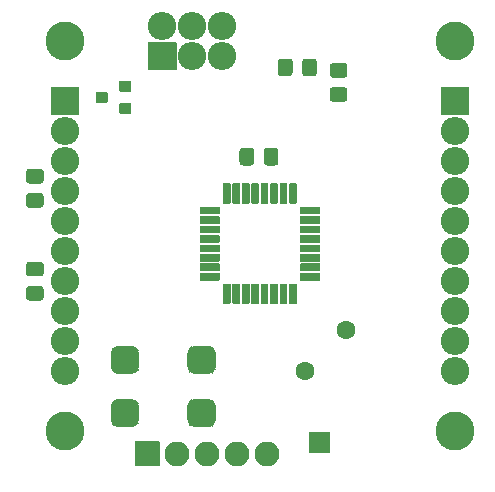
<source format=gbr>
G04 #@! TF.GenerationSoftware,KiCad,Pcbnew,(5.1.8)-1*
G04 #@! TF.CreationDate,2020-11-23T23:50:42+03:00*
G04 #@! TF.ProjectId,HardDuinoTQFP,48617264-4475-4696-9e6f-545146502e6b,rev?*
G04 #@! TF.SameCoordinates,Original*
G04 #@! TF.FileFunction,Soldermask,Top*
G04 #@! TF.FilePolarity,Negative*
%FSLAX46Y46*%
G04 Gerber Fmt 4.6, Leading zero omitted, Abs format (unit mm)*
G04 Created by KiCad (PCBNEW (5.1.8)-1) date 2020-11-23 23:50:42*
%MOMM*%
%LPD*%
G01*
G04 APERTURE LIST*
%ADD10C,3.302000*%
%ADD11O,2.402000X2.402000*%
%ADD12O,2.102000X2.102000*%
%ADD13C,1.602000*%
%ADD14C,0.100000*%
G04 APERTURE END LIST*
D10*
X92710000Y-41910000D03*
X92710000Y-74930000D03*
X125730000Y-41910000D03*
X125730000Y-74930000D03*
G36*
G01*
X91509000Y-48140000D02*
X91509000Y-45840000D01*
G75*
G02*
X91560000Y-45789000I51000J0D01*
G01*
X93860000Y-45789000D01*
G75*
G02*
X93911000Y-45840000I0J-51000D01*
G01*
X93911000Y-48140000D01*
G75*
G02*
X93860000Y-48191000I-51000J0D01*
G01*
X91560000Y-48191000D01*
G75*
G02*
X91509000Y-48140000I0J51000D01*
G01*
G37*
D11*
X92710000Y-49530000D03*
X92710000Y-52070000D03*
X92710000Y-54610000D03*
X92710000Y-57150000D03*
X92710000Y-59690000D03*
X92710000Y-62230000D03*
X92710000Y-64770000D03*
X92710000Y-67310000D03*
X92710000Y-69850000D03*
X125730000Y-69850000D03*
X125730000Y-67310000D03*
X125730000Y-64770000D03*
X125730000Y-62230000D03*
X125730000Y-59690000D03*
X125730000Y-57150000D03*
X125730000Y-54610000D03*
X125730000Y-52070000D03*
X125730000Y-49530000D03*
G36*
G01*
X124529000Y-48140000D02*
X124529000Y-45840000D01*
G75*
G02*
X124580000Y-45789000I51000J0D01*
G01*
X126880000Y-45789000D01*
G75*
G02*
X126931000Y-45840000I0J-51000D01*
G01*
X126931000Y-48140000D01*
G75*
G02*
X126880000Y-48191000I-51000J0D01*
G01*
X124580000Y-48191000D01*
G75*
G02*
X124529000Y-48140000I0J51000D01*
G01*
G37*
G36*
G01*
X98390500Y-74598500D02*
X97189500Y-74598500D01*
G75*
G02*
X96589000Y-73998000I0J600500D01*
G01*
X96589000Y-72797000D01*
G75*
G02*
X97189500Y-72196500I600500J0D01*
G01*
X98390500Y-72196500D01*
G75*
G02*
X98991000Y-72797000I0J-600500D01*
G01*
X98991000Y-73998000D01*
G75*
G02*
X98390500Y-74598500I-600500J0D01*
G01*
G37*
G36*
G01*
X98390500Y-70098500D02*
X97189500Y-70098500D01*
G75*
G02*
X96589000Y-69498000I0J600500D01*
G01*
X96589000Y-68297000D01*
G75*
G02*
X97189500Y-67696500I600500J0D01*
G01*
X98390500Y-67696500D01*
G75*
G02*
X98991000Y-68297000I0J-600500D01*
G01*
X98991000Y-69498000D01*
G75*
G02*
X98390500Y-70098500I-600500J0D01*
G01*
G37*
G36*
G01*
X104890500Y-74598500D02*
X103689500Y-74598500D01*
G75*
G02*
X103089000Y-73998000I0J600500D01*
G01*
X103089000Y-72797000D01*
G75*
G02*
X103689500Y-72196500I600500J0D01*
G01*
X104890500Y-72196500D01*
G75*
G02*
X105491000Y-72797000I0J-600500D01*
G01*
X105491000Y-73998000D01*
G75*
G02*
X104890500Y-74598500I-600500J0D01*
G01*
G37*
G36*
G01*
X104890500Y-70098500D02*
X103689500Y-70098500D01*
G75*
G02*
X103089000Y-69498000I0J600500D01*
G01*
X103089000Y-68297000D01*
G75*
G02*
X103689500Y-67696500I600500J0D01*
G01*
X104890500Y-67696500D01*
G75*
G02*
X105491000Y-68297000I0J-600500D01*
G01*
X105491000Y-69498000D01*
G75*
G02*
X104890500Y-70098500I-600500J0D01*
G01*
G37*
G36*
G01*
X90648828Y-56016000D02*
X89691172Y-56016000D01*
G75*
G02*
X89419000Y-55743828I0J272172D01*
G01*
X89419000Y-55036172D01*
G75*
G02*
X89691172Y-54764000I272172J0D01*
G01*
X90648828Y-54764000D01*
G75*
G02*
X90921000Y-55036172I0J-272172D01*
G01*
X90921000Y-55743828D01*
G75*
G02*
X90648828Y-56016000I-272172J0D01*
G01*
G37*
G36*
G01*
X90648828Y-53966000D02*
X89691172Y-53966000D01*
G75*
G02*
X89419000Y-53693828I0J272172D01*
G01*
X89419000Y-52986172D01*
G75*
G02*
X89691172Y-52714000I272172J0D01*
G01*
X90648828Y-52714000D01*
G75*
G02*
X90921000Y-52986172I0J-272172D01*
G01*
X90921000Y-53693828D01*
G75*
G02*
X90648828Y-53966000I-272172J0D01*
G01*
G37*
G36*
G01*
X100695000Y-77886000D02*
X98695000Y-77886000D01*
G75*
G02*
X98644000Y-77835000I0J51000D01*
G01*
X98644000Y-75835000D01*
G75*
G02*
X98695000Y-75784000I51000J0D01*
G01*
X100695000Y-75784000D01*
G75*
G02*
X100746000Y-75835000I0J-51000D01*
G01*
X100746000Y-77835000D01*
G75*
G02*
X100695000Y-77886000I-51000J0D01*
G01*
G37*
D12*
X102235000Y-76835000D03*
X104775000Y-76835000D03*
X107315000Y-76835000D03*
X109855000Y-76835000D03*
G36*
G01*
X89691172Y-60579000D02*
X90648828Y-60579000D01*
G75*
G02*
X90921000Y-60851172I0J-272172D01*
G01*
X90921000Y-61558828D01*
G75*
G02*
X90648828Y-61831000I-272172J0D01*
G01*
X89691172Y-61831000D01*
G75*
G02*
X89419000Y-61558828I0J272172D01*
G01*
X89419000Y-60851172D01*
G75*
G02*
X89691172Y-60579000I272172J0D01*
G01*
G37*
G36*
G01*
X89691172Y-62629000D02*
X90648828Y-62629000D01*
G75*
G02*
X90921000Y-62901172I0J-272172D01*
G01*
X90921000Y-63608828D01*
G75*
G02*
X90648828Y-63881000I-272172J0D01*
G01*
X89691172Y-63881000D01*
G75*
G02*
X89419000Y-63608828I0J272172D01*
G01*
X89419000Y-62901172D01*
G75*
G02*
X89691172Y-62629000I272172J0D01*
G01*
G37*
G36*
G01*
X106695000Y-64156000D02*
X106145000Y-64156000D01*
G75*
G02*
X106094000Y-64105000I0J51000D01*
G01*
X106094000Y-62505000D01*
G75*
G02*
X106145000Y-62454000I51000J0D01*
G01*
X106695000Y-62454000D01*
G75*
G02*
X106746000Y-62505000I0J-51000D01*
G01*
X106746000Y-64105000D01*
G75*
G02*
X106695000Y-64156000I-51000J0D01*
G01*
G37*
G36*
G01*
X107495000Y-64156000D02*
X106945000Y-64156000D01*
G75*
G02*
X106894000Y-64105000I0J51000D01*
G01*
X106894000Y-62505000D01*
G75*
G02*
X106945000Y-62454000I51000J0D01*
G01*
X107495000Y-62454000D01*
G75*
G02*
X107546000Y-62505000I0J-51000D01*
G01*
X107546000Y-64105000D01*
G75*
G02*
X107495000Y-64156000I-51000J0D01*
G01*
G37*
G36*
G01*
X108295000Y-64156000D02*
X107745000Y-64156000D01*
G75*
G02*
X107694000Y-64105000I0J51000D01*
G01*
X107694000Y-62505000D01*
G75*
G02*
X107745000Y-62454000I51000J0D01*
G01*
X108295000Y-62454000D01*
G75*
G02*
X108346000Y-62505000I0J-51000D01*
G01*
X108346000Y-64105000D01*
G75*
G02*
X108295000Y-64156000I-51000J0D01*
G01*
G37*
G36*
G01*
X109095000Y-64156000D02*
X108545000Y-64156000D01*
G75*
G02*
X108494000Y-64105000I0J51000D01*
G01*
X108494000Y-62505000D01*
G75*
G02*
X108545000Y-62454000I51000J0D01*
G01*
X109095000Y-62454000D01*
G75*
G02*
X109146000Y-62505000I0J-51000D01*
G01*
X109146000Y-64105000D01*
G75*
G02*
X109095000Y-64156000I-51000J0D01*
G01*
G37*
G36*
G01*
X109895000Y-64156000D02*
X109345000Y-64156000D01*
G75*
G02*
X109294000Y-64105000I0J51000D01*
G01*
X109294000Y-62505000D01*
G75*
G02*
X109345000Y-62454000I51000J0D01*
G01*
X109895000Y-62454000D01*
G75*
G02*
X109946000Y-62505000I0J-51000D01*
G01*
X109946000Y-64105000D01*
G75*
G02*
X109895000Y-64156000I-51000J0D01*
G01*
G37*
G36*
G01*
X110695000Y-64156000D02*
X110145000Y-64156000D01*
G75*
G02*
X110094000Y-64105000I0J51000D01*
G01*
X110094000Y-62505000D01*
G75*
G02*
X110145000Y-62454000I51000J0D01*
G01*
X110695000Y-62454000D01*
G75*
G02*
X110746000Y-62505000I0J-51000D01*
G01*
X110746000Y-64105000D01*
G75*
G02*
X110695000Y-64156000I-51000J0D01*
G01*
G37*
G36*
G01*
X111495000Y-64156000D02*
X110945000Y-64156000D01*
G75*
G02*
X110894000Y-64105000I0J51000D01*
G01*
X110894000Y-62505000D01*
G75*
G02*
X110945000Y-62454000I51000J0D01*
G01*
X111495000Y-62454000D01*
G75*
G02*
X111546000Y-62505000I0J-51000D01*
G01*
X111546000Y-64105000D01*
G75*
G02*
X111495000Y-64156000I-51000J0D01*
G01*
G37*
G36*
G01*
X112295000Y-64156000D02*
X111745000Y-64156000D01*
G75*
G02*
X111694000Y-64105000I0J51000D01*
G01*
X111694000Y-62505000D01*
G75*
G02*
X111745000Y-62454000I51000J0D01*
G01*
X112295000Y-62454000D01*
G75*
G02*
X112346000Y-62505000I0J-51000D01*
G01*
X112346000Y-64105000D01*
G75*
G02*
X112295000Y-64156000I-51000J0D01*
G01*
G37*
G36*
G01*
X114321000Y-61580000D02*
X114321000Y-62130000D01*
G75*
G02*
X114270000Y-62181000I-51000J0D01*
G01*
X112670000Y-62181000D01*
G75*
G02*
X112619000Y-62130000I0J51000D01*
G01*
X112619000Y-61580000D01*
G75*
G02*
X112670000Y-61529000I51000J0D01*
G01*
X114270000Y-61529000D01*
G75*
G02*
X114321000Y-61580000I0J-51000D01*
G01*
G37*
G36*
G01*
X114321000Y-60780000D02*
X114321000Y-61330000D01*
G75*
G02*
X114270000Y-61381000I-51000J0D01*
G01*
X112670000Y-61381000D01*
G75*
G02*
X112619000Y-61330000I0J51000D01*
G01*
X112619000Y-60780000D01*
G75*
G02*
X112670000Y-60729000I51000J0D01*
G01*
X114270000Y-60729000D01*
G75*
G02*
X114321000Y-60780000I0J-51000D01*
G01*
G37*
G36*
G01*
X114321000Y-59980000D02*
X114321000Y-60530000D01*
G75*
G02*
X114270000Y-60581000I-51000J0D01*
G01*
X112670000Y-60581000D01*
G75*
G02*
X112619000Y-60530000I0J51000D01*
G01*
X112619000Y-59980000D01*
G75*
G02*
X112670000Y-59929000I51000J0D01*
G01*
X114270000Y-59929000D01*
G75*
G02*
X114321000Y-59980000I0J-51000D01*
G01*
G37*
G36*
G01*
X114321000Y-59180000D02*
X114321000Y-59730000D01*
G75*
G02*
X114270000Y-59781000I-51000J0D01*
G01*
X112670000Y-59781000D01*
G75*
G02*
X112619000Y-59730000I0J51000D01*
G01*
X112619000Y-59180000D01*
G75*
G02*
X112670000Y-59129000I51000J0D01*
G01*
X114270000Y-59129000D01*
G75*
G02*
X114321000Y-59180000I0J-51000D01*
G01*
G37*
G36*
G01*
X114321000Y-58380000D02*
X114321000Y-58930000D01*
G75*
G02*
X114270000Y-58981000I-51000J0D01*
G01*
X112670000Y-58981000D01*
G75*
G02*
X112619000Y-58930000I0J51000D01*
G01*
X112619000Y-58380000D01*
G75*
G02*
X112670000Y-58329000I51000J0D01*
G01*
X114270000Y-58329000D01*
G75*
G02*
X114321000Y-58380000I0J-51000D01*
G01*
G37*
G36*
G01*
X114321000Y-57580000D02*
X114321000Y-58130000D01*
G75*
G02*
X114270000Y-58181000I-51000J0D01*
G01*
X112670000Y-58181000D01*
G75*
G02*
X112619000Y-58130000I0J51000D01*
G01*
X112619000Y-57580000D01*
G75*
G02*
X112670000Y-57529000I51000J0D01*
G01*
X114270000Y-57529000D01*
G75*
G02*
X114321000Y-57580000I0J-51000D01*
G01*
G37*
G36*
G01*
X114321000Y-56780000D02*
X114321000Y-57330000D01*
G75*
G02*
X114270000Y-57381000I-51000J0D01*
G01*
X112670000Y-57381000D01*
G75*
G02*
X112619000Y-57330000I0J51000D01*
G01*
X112619000Y-56780000D01*
G75*
G02*
X112670000Y-56729000I51000J0D01*
G01*
X114270000Y-56729000D01*
G75*
G02*
X114321000Y-56780000I0J-51000D01*
G01*
G37*
G36*
G01*
X114321000Y-55980000D02*
X114321000Y-56530000D01*
G75*
G02*
X114270000Y-56581000I-51000J0D01*
G01*
X112670000Y-56581000D01*
G75*
G02*
X112619000Y-56530000I0J51000D01*
G01*
X112619000Y-55980000D01*
G75*
G02*
X112670000Y-55929000I51000J0D01*
G01*
X114270000Y-55929000D01*
G75*
G02*
X114321000Y-55980000I0J-51000D01*
G01*
G37*
G36*
G01*
X112295000Y-55656000D02*
X111745000Y-55656000D01*
G75*
G02*
X111694000Y-55605000I0J51000D01*
G01*
X111694000Y-54005000D01*
G75*
G02*
X111745000Y-53954000I51000J0D01*
G01*
X112295000Y-53954000D01*
G75*
G02*
X112346000Y-54005000I0J-51000D01*
G01*
X112346000Y-55605000D01*
G75*
G02*
X112295000Y-55656000I-51000J0D01*
G01*
G37*
G36*
G01*
X111495000Y-55656000D02*
X110945000Y-55656000D01*
G75*
G02*
X110894000Y-55605000I0J51000D01*
G01*
X110894000Y-54005000D01*
G75*
G02*
X110945000Y-53954000I51000J0D01*
G01*
X111495000Y-53954000D01*
G75*
G02*
X111546000Y-54005000I0J-51000D01*
G01*
X111546000Y-55605000D01*
G75*
G02*
X111495000Y-55656000I-51000J0D01*
G01*
G37*
G36*
G01*
X110695000Y-55656000D02*
X110145000Y-55656000D01*
G75*
G02*
X110094000Y-55605000I0J51000D01*
G01*
X110094000Y-54005000D01*
G75*
G02*
X110145000Y-53954000I51000J0D01*
G01*
X110695000Y-53954000D01*
G75*
G02*
X110746000Y-54005000I0J-51000D01*
G01*
X110746000Y-55605000D01*
G75*
G02*
X110695000Y-55656000I-51000J0D01*
G01*
G37*
G36*
G01*
X109895000Y-55656000D02*
X109345000Y-55656000D01*
G75*
G02*
X109294000Y-55605000I0J51000D01*
G01*
X109294000Y-54005000D01*
G75*
G02*
X109345000Y-53954000I51000J0D01*
G01*
X109895000Y-53954000D01*
G75*
G02*
X109946000Y-54005000I0J-51000D01*
G01*
X109946000Y-55605000D01*
G75*
G02*
X109895000Y-55656000I-51000J0D01*
G01*
G37*
G36*
G01*
X109095000Y-55656000D02*
X108545000Y-55656000D01*
G75*
G02*
X108494000Y-55605000I0J51000D01*
G01*
X108494000Y-54005000D01*
G75*
G02*
X108545000Y-53954000I51000J0D01*
G01*
X109095000Y-53954000D01*
G75*
G02*
X109146000Y-54005000I0J-51000D01*
G01*
X109146000Y-55605000D01*
G75*
G02*
X109095000Y-55656000I-51000J0D01*
G01*
G37*
G36*
G01*
X108295000Y-55656000D02*
X107745000Y-55656000D01*
G75*
G02*
X107694000Y-55605000I0J51000D01*
G01*
X107694000Y-54005000D01*
G75*
G02*
X107745000Y-53954000I51000J0D01*
G01*
X108295000Y-53954000D01*
G75*
G02*
X108346000Y-54005000I0J-51000D01*
G01*
X108346000Y-55605000D01*
G75*
G02*
X108295000Y-55656000I-51000J0D01*
G01*
G37*
G36*
G01*
X107495000Y-55656000D02*
X106945000Y-55656000D01*
G75*
G02*
X106894000Y-55605000I0J51000D01*
G01*
X106894000Y-54005000D01*
G75*
G02*
X106945000Y-53954000I51000J0D01*
G01*
X107495000Y-53954000D01*
G75*
G02*
X107546000Y-54005000I0J-51000D01*
G01*
X107546000Y-55605000D01*
G75*
G02*
X107495000Y-55656000I-51000J0D01*
G01*
G37*
G36*
G01*
X106695000Y-55656000D02*
X106145000Y-55656000D01*
G75*
G02*
X106094000Y-55605000I0J51000D01*
G01*
X106094000Y-54005000D01*
G75*
G02*
X106145000Y-53954000I51000J0D01*
G01*
X106695000Y-53954000D01*
G75*
G02*
X106746000Y-54005000I0J-51000D01*
G01*
X106746000Y-55605000D01*
G75*
G02*
X106695000Y-55656000I-51000J0D01*
G01*
G37*
G36*
G01*
X105821000Y-55980000D02*
X105821000Y-56530000D01*
G75*
G02*
X105770000Y-56581000I-51000J0D01*
G01*
X104170000Y-56581000D01*
G75*
G02*
X104119000Y-56530000I0J51000D01*
G01*
X104119000Y-55980000D01*
G75*
G02*
X104170000Y-55929000I51000J0D01*
G01*
X105770000Y-55929000D01*
G75*
G02*
X105821000Y-55980000I0J-51000D01*
G01*
G37*
G36*
G01*
X105821000Y-56780000D02*
X105821000Y-57330000D01*
G75*
G02*
X105770000Y-57381000I-51000J0D01*
G01*
X104170000Y-57381000D01*
G75*
G02*
X104119000Y-57330000I0J51000D01*
G01*
X104119000Y-56780000D01*
G75*
G02*
X104170000Y-56729000I51000J0D01*
G01*
X105770000Y-56729000D01*
G75*
G02*
X105821000Y-56780000I0J-51000D01*
G01*
G37*
G36*
G01*
X105821000Y-57580000D02*
X105821000Y-58130000D01*
G75*
G02*
X105770000Y-58181000I-51000J0D01*
G01*
X104170000Y-58181000D01*
G75*
G02*
X104119000Y-58130000I0J51000D01*
G01*
X104119000Y-57580000D01*
G75*
G02*
X104170000Y-57529000I51000J0D01*
G01*
X105770000Y-57529000D01*
G75*
G02*
X105821000Y-57580000I0J-51000D01*
G01*
G37*
G36*
G01*
X105821000Y-58380000D02*
X105821000Y-58930000D01*
G75*
G02*
X105770000Y-58981000I-51000J0D01*
G01*
X104170000Y-58981000D01*
G75*
G02*
X104119000Y-58930000I0J51000D01*
G01*
X104119000Y-58380000D01*
G75*
G02*
X104170000Y-58329000I51000J0D01*
G01*
X105770000Y-58329000D01*
G75*
G02*
X105821000Y-58380000I0J-51000D01*
G01*
G37*
G36*
G01*
X105821000Y-59180000D02*
X105821000Y-59730000D01*
G75*
G02*
X105770000Y-59781000I-51000J0D01*
G01*
X104170000Y-59781000D01*
G75*
G02*
X104119000Y-59730000I0J51000D01*
G01*
X104119000Y-59180000D01*
G75*
G02*
X104170000Y-59129000I51000J0D01*
G01*
X105770000Y-59129000D01*
G75*
G02*
X105821000Y-59180000I0J-51000D01*
G01*
G37*
G36*
G01*
X105821000Y-59980000D02*
X105821000Y-60530000D01*
G75*
G02*
X105770000Y-60581000I-51000J0D01*
G01*
X104170000Y-60581000D01*
G75*
G02*
X104119000Y-60530000I0J51000D01*
G01*
X104119000Y-59980000D01*
G75*
G02*
X104170000Y-59929000I51000J0D01*
G01*
X105770000Y-59929000D01*
G75*
G02*
X105821000Y-59980000I0J-51000D01*
G01*
G37*
G36*
G01*
X105821000Y-60780000D02*
X105821000Y-61330000D01*
G75*
G02*
X105770000Y-61381000I-51000J0D01*
G01*
X104170000Y-61381000D01*
G75*
G02*
X104119000Y-61330000I0J51000D01*
G01*
X104119000Y-60780000D01*
G75*
G02*
X104170000Y-60729000I51000J0D01*
G01*
X105770000Y-60729000D01*
G75*
G02*
X105821000Y-60780000I0J-51000D01*
G01*
G37*
G36*
G01*
X105821000Y-61580000D02*
X105821000Y-62130000D01*
G75*
G02*
X105770000Y-62181000I-51000J0D01*
G01*
X104170000Y-62181000D01*
G75*
G02*
X104119000Y-62130000I0J51000D01*
G01*
X104119000Y-61580000D01*
G75*
G02*
X104170000Y-61529000I51000J0D01*
G01*
X105770000Y-61529000D01*
G75*
G02*
X105821000Y-61580000I0J-51000D01*
G01*
G37*
D13*
X113030000Y-69850000D03*
X116480681Y-66399319D03*
G36*
G01*
X102115000Y-44381000D02*
X99815000Y-44381000D01*
G75*
G02*
X99764000Y-44330000I0J51000D01*
G01*
X99764000Y-42030000D01*
G75*
G02*
X99815000Y-41979000I51000J0D01*
G01*
X102115000Y-41979000D01*
G75*
G02*
X102166000Y-42030000I0J-51000D01*
G01*
X102166000Y-44330000D01*
G75*
G02*
X102115000Y-44381000I-51000J0D01*
G01*
G37*
D11*
X100965000Y-40640000D03*
X103505000Y-43180000D03*
X103505000Y-40640000D03*
X106045000Y-43180000D03*
X106045000Y-40640000D03*
G36*
G01*
X113399000Y-76732500D02*
X113399000Y-75032500D01*
G75*
G02*
X113450000Y-74981500I51000J0D01*
G01*
X115150000Y-74981500D01*
G75*
G02*
X115201000Y-75032500I0J-51000D01*
G01*
X115201000Y-76732500D01*
G75*
G02*
X115150000Y-76783500I-51000J0D01*
G01*
X113450000Y-76783500D01*
G75*
G02*
X113399000Y-76732500I0J51000D01*
G01*
G37*
G36*
G01*
X114046000Y-43653672D02*
X114046000Y-44611328D01*
G75*
G02*
X113773828Y-44883500I-272172J0D01*
G01*
X113066172Y-44883500D01*
G75*
G02*
X112794000Y-44611328I0J272172D01*
G01*
X112794000Y-43653672D01*
G75*
G02*
X113066172Y-43381500I272172J0D01*
G01*
X113773828Y-43381500D01*
G75*
G02*
X114046000Y-43653672I0J-272172D01*
G01*
G37*
G36*
G01*
X111996000Y-43653672D02*
X111996000Y-44611328D01*
G75*
G02*
X111723828Y-44883500I-272172J0D01*
G01*
X111016172Y-44883500D01*
G75*
G02*
X110744000Y-44611328I0J272172D01*
G01*
X110744000Y-43653672D01*
G75*
G02*
X111016172Y-43381500I272172J0D01*
G01*
X111723828Y-43381500D01*
G75*
G02*
X111996000Y-43653672I0J-272172D01*
G01*
G37*
G36*
G01*
X98338500Y-47222500D02*
X98338500Y-48022500D01*
G75*
G02*
X98287500Y-48073500I-51000J0D01*
G01*
X97387500Y-48073500D01*
G75*
G02*
X97336500Y-48022500I0J51000D01*
G01*
X97336500Y-47222500D01*
G75*
G02*
X97387500Y-47171500I51000J0D01*
G01*
X98287500Y-47171500D01*
G75*
G02*
X98338500Y-47222500I0J-51000D01*
G01*
G37*
G36*
G01*
X98338500Y-45322500D02*
X98338500Y-46122500D01*
G75*
G02*
X98287500Y-46173500I-51000J0D01*
G01*
X97387500Y-46173500D01*
G75*
G02*
X97336500Y-46122500I0J51000D01*
G01*
X97336500Y-45322500D01*
G75*
G02*
X97387500Y-45271500I51000J0D01*
G01*
X98287500Y-45271500D01*
G75*
G02*
X98338500Y-45322500I0J-51000D01*
G01*
G37*
G36*
G01*
X96338500Y-46272500D02*
X96338500Y-47072500D01*
G75*
G02*
X96287500Y-47123500I-51000J0D01*
G01*
X95387500Y-47123500D01*
G75*
G02*
X95336500Y-47072500I0J51000D01*
G01*
X95336500Y-46272500D01*
G75*
G02*
X95387500Y-46221500I51000J0D01*
G01*
X96287500Y-46221500D01*
G75*
G02*
X96338500Y-46272500I0J-51000D01*
G01*
G37*
G36*
G01*
X116366328Y-47053500D02*
X115408672Y-47053500D01*
G75*
G02*
X115136500Y-46781328I0J272172D01*
G01*
X115136500Y-46073672D01*
G75*
G02*
X115408672Y-45801500I272172J0D01*
G01*
X116366328Y-45801500D01*
G75*
G02*
X116638500Y-46073672I0J-272172D01*
G01*
X116638500Y-46781328D01*
G75*
G02*
X116366328Y-47053500I-272172J0D01*
G01*
G37*
G36*
G01*
X116366328Y-45003500D02*
X115408672Y-45003500D01*
G75*
G02*
X115136500Y-44731328I0J272172D01*
G01*
X115136500Y-44023672D01*
G75*
G02*
X115408672Y-43751500I272172J0D01*
G01*
X116366328Y-43751500D01*
G75*
G02*
X116638500Y-44023672I0J-272172D01*
G01*
X116638500Y-44731328D01*
G75*
G02*
X116366328Y-45003500I-272172J0D01*
G01*
G37*
G36*
G01*
X108748500Y-51210172D02*
X108748500Y-52167828D01*
G75*
G02*
X108476328Y-52440000I-272172J0D01*
G01*
X107768672Y-52440000D01*
G75*
G02*
X107496500Y-52167828I0J272172D01*
G01*
X107496500Y-51210172D01*
G75*
G02*
X107768672Y-50938000I272172J0D01*
G01*
X108476328Y-50938000D01*
G75*
G02*
X108748500Y-51210172I0J-272172D01*
G01*
G37*
G36*
G01*
X110798500Y-51210172D02*
X110798500Y-52167828D01*
G75*
G02*
X110526328Y-52440000I-272172J0D01*
G01*
X109818672Y-52440000D01*
G75*
G02*
X109546500Y-52167828I0J272172D01*
G01*
X109546500Y-51210172D01*
G75*
G02*
X109818672Y-50938000I272172J0D01*
G01*
X110526328Y-50938000D01*
G75*
G02*
X110798500Y-51210172I0J-272172D01*
G01*
G37*
D14*
G36*
X98992165Y-73996374D02*
G01*
X98993000Y-73998000D01*
X98993000Y-74020546D01*
X98992990Y-74020742D01*
X98981695Y-74135423D01*
X98981619Y-74135808D01*
X98948884Y-74243722D01*
X98948734Y-74244084D01*
X98895573Y-74343539D01*
X98895355Y-74343865D01*
X98823815Y-74431038D01*
X98823538Y-74431315D01*
X98736365Y-74502855D01*
X98736039Y-74503073D01*
X98636584Y-74556234D01*
X98636222Y-74556384D01*
X98528308Y-74589119D01*
X98527923Y-74589195D01*
X98413242Y-74600490D01*
X98413046Y-74600500D01*
X98390500Y-74600500D01*
X98388768Y-74599500D01*
X98388768Y-74597500D01*
X98390304Y-74596510D01*
X98507257Y-74584992D01*
X98619532Y-74550933D01*
X98723004Y-74495627D01*
X98813697Y-74421197D01*
X98888127Y-74330504D01*
X98943433Y-74227032D01*
X98977492Y-74114757D01*
X98989010Y-73997804D01*
X98990175Y-73996178D01*
X98992165Y-73996374D01*
G37*
G36*
X96590990Y-73997804D02*
G01*
X96602508Y-74114757D01*
X96636567Y-74227032D01*
X96691873Y-74330504D01*
X96766303Y-74421197D01*
X96856996Y-74495627D01*
X96960468Y-74550933D01*
X97072743Y-74584992D01*
X97189696Y-74596510D01*
X97191322Y-74597675D01*
X97191126Y-74599665D01*
X97189500Y-74600500D01*
X97166954Y-74600500D01*
X97166758Y-74600490D01*
X97052077Y-74589195D01*
X97051692Y-74589119D01*
X96943778Y-74556384D01*
X96943416Y-74556234D01*
X96843961Y-74503073D01*
X96843635Y-74502855D01*
X96756462Y-74431315D01*
X96756185Y-74431038D01*
X96684645Y-74343865D01*
X96684427Y-74343539D01*
X96631266Y-74244084D01*
X96631116Y-74243722D01*
X96598381Y-74135808D01*
X96598305Y-74135423D01*
X96587010Y-74020742D01*
X96587000Y-74020546D01*
X96587000Y-73998000D01*
X96588000Y-73996268D01*
X96590000Y-73996268D01*
X96590990Y-73997804D01*
G37*
G36*
X105492165Y-73996374D02*
G01*
X105493000Y-73998000D01*
X105493000Y-74020546D01*
X105492990Y-74020742D01*
X105481695Y-74135423D01*
X105481619Y-74135808D01*
X105448884Y-74243722D01*
X105448734Y-74244084D01*
X105395573Y-74343539D01*
X105395355Y-74343865D01*
X105323815Y-74431038D01*
X105323538Y-74431315D01*
X105236365Y-74502855D01*
X105236039Y-74503073D01*
X105136584Y-74556234D01*
X105136222Y-74556384D01*
X105028308Y-74589119D01*
X105027923Y-74589195D01*
X104913242Y-74600490D01*
X104913046Y-74600500D01*
X104890500Y-74600500D01*
X104888768Y-74599500D01*
X104888768Y-74597500D01*
X104890304Y-74596510D01*
X105007257Y-74584992D01*
X105119532Y-74550933D01*
X105223004Y-74495627D01*
X105313697Y-74421197D01*
X105388127Y-74330504D01*
X105443433Y-74227032D01*
X105477492Y-74114757D01*
X105489010Y-73997804D01*
X105490175Y-73996178D01*
X105492165Y-73996374D01*
G37*
G36*
X103090990Y-73997804D02*
G01*
X103102508Y-74114757D01*
X103136567Y-74227032D01*
X103191873Y-74330504D01*
X103266303Y-74421197D01*
X103356996Y-74495627D01*
X103460468Y-74550933D01*
X103572743Y-74584992D01*
X103689696Y-74596510D01*
X103691322Y-74597675D01*
X103691126Y-74599665D01*
X103689500Y-74600500D01*
X103666954Y-74600500D01*
X103666758Y-74600490D01*
X103552077Y-74589195D01*
X103551692Y-74589119D01*
X103443778Y-74556384D01*
X103443416Y-74556234D01*
X103343961Y-74503073D01*
X103343635Y-74502855D01*
X103256462Y-74431315D01*
X103256185Y-74431038D01*
X103184645Y-74343865D01*
X103184427Y-74343539D01*
X103131266Y-74244084D01*
X103131116Y-74243722D01*
X103098381Y-74135808D01*
X103098305Y-74135423D01*
X103087010Y-74020742D01*
X103087000Y-74020546D01*
X103087000Y-73998000D01*
X103088000Y-73996268D01*
X103090000Y-73996268D01*
X103090990Y-73997804D01*
G37*
G36*
X103691232Y-72195500D02*
G01*
X103691232Y-72197500D01*
X103689696Y-72198490D01*
X103572743Y-72210008D01*
X103460468Y-72244067D01*
X103356996Y-72299373D01*
X103266303Y-72373803D01*
X103191873Y-72464496D01*
X103136567Y-72567968D01*
X103102508Y-72680243D01*
X103090990Y-72797196D01*
X103089825Y-72798822D01*
X103087835Y-72798626D01*
X103087000Y-72797000D01*
X103087000Y-72774454D01*
X103087010Y-72774258D01*
X103098305Y-72659577D01*
X103098381Y-72659192D01*
X103131116Y-72551278D01*
X103131266Y-72550916D01*
X103184427Y-72451461D01*
X103184645Y-72451135D01*
X103256185Y-72363962D01*
X103256462Y-72363685D01*
X103343635Y-72292145D01*
X103343961Y-72291927D01*
X103443416Y-72238766D01*
X103443778Y-72238616D01*
X103551692Y-72205881D01*
X103552077Y-72205805D01*
X103666758Y-72194510D01*
X103666954Y-72194500D01*
X103689500Y-72194500D01*
X103691232Y-72195500D01*
G37*
G36*
X97191232Y-72195500D02*
G01*
X97191232Y-72197500D01*
X97189696Y-72198490D01*
X97072743Y-72210008D01*
X96960468Y-72244067D01*
X96856996Y-72299373D01*
X96766303Y-72373803D01*
X96691873Y-72464496D01*
X96636567Y-72567968D01*
X96602508Y-72680243D01*
X96590990Y-72797196D01*
X96589825Y-72798822D01*
X96587835Y-72798626D01*
X96587000Y-72797000D01*
X96587000Y-72774454D01*
X96587010Y-72774258D01*
X96598305Y-72659577D01*
X96598381Y-72659192D01*
X96631116Y-72551278D01*
X96631266Y-72550916D01*
X96684427Y-72451461D01*
X96684645Y-72451135D01*
X96756185Y-72363962D01*
X96756462Y-72363685D01*
X96843635Y-72292145D01*
X96843961Y-72291927D01*
X96943416Y-72238766D01*
X96943778Y-72238616D01*
X97051692Y-72205881D01*
X97052077Y-72205805D01*
X97166758Y-72194510D01*
X97166954Y-72194500D01*
X97189500Y-72194500D01*
X97191232Y-72195500D01*
G37*
G36*
X98413242Y-72194510D02*
G01*
X98527923Y-72205805D01*
X98528308Y-72205881D01*
X98636222Y-72238616D01*
X98636584Y-72238766D01*
X98736039Y-72291927D01*
X98736365Y-72292145D01*
X98823538Y-72363685D01*
X98823815Y-72363962D01*
X98895355Y-72451135D01*
X98895573Y-72451461D01*
X98948734Y-72550916D01*
X98948884Y-72551278D01*
X98981619Y-72659192D01*
X98981695Y-72659577D01*
X98992990Y-72774258D01*
X98993000Y-72774454D01*
X98993000Y-72797000D01*
X98992000Y-72798732D01*
X98990000Y-72798732D01*
X98989010Y-72797196D01*
X98977492Y-72680243D01*
X98943433Y-72567968D01*
X98888127Y-72464496D01*
X98813697Y-72373803D01*
X98723004Y-72299373D01*
X98619532Y-72244067D01*
X98507257Y-72210008D01*
X98390304Y-72198490D01*
X98388678Y-72197325D01*
X98388874Y-72195335D01*
X98390500Y-72194500D01*
X98413046Y-72194500D01*
X98413242Y-72194510D01*
G37*
G36*
X104913242Y-72194510D02*
G01*
X105027923Y-72205805D01*
X105028308Y-72205881D01*
X105136222Y-72238616D01*
X105136584Y-72238766D01*
X105236039Y-72291927D01*
X105236365Y-72292145D01*
X105323538Y-72363685D01*
X105323815Y-72363962D01*
X105395355Y-72451135D01*
X105395573Y-72451461D01*
X105448734Y-72550916D01*
X105448884Y-72551278D01*
X105481619Y-72659192D01*
X105481695Y-72659577D01*
X105492990Y-72774258D01*
X105493000Y-72774454D01*
X105493000Y-72797000D01*
X105492000Y-72798732D01*
X105490000Y-72798732D01*
X105489010Y-72797196D01*
X105477492Y-72680243D01*
X105443433Y-72567968D01*
X105388127Y-72464496D01*
X105313697Y-72373803D01*
X105223004Y-72299373D01*
X105119532Y-72244067D01*
X105007257Y-72210008D01*
X104890304Y-72198490D01*
X104888678Y-72197325D01*
X104888874Y-72195335D01*
X104890500Y-72194500D01*
X104913046Y-72194500D01*
X104913242Y-72194510D01*
G37*
G36*
X98992165Y-69496374D02*
G01*
X98993000Y-69498000D01*
X98993000Y-69520546D01*
X98992990Y-69520742D01*
X98981695Y-69635423D01*
X98981619Y-69635808D01*
X98948884Y-69743722D01*
X98948734Y-69744084D01*
X98895573Y-69843539D01*
X98895355Y-69843865D01*
X98823815Y-69931038D01*
X98823538Y-69931315D01*
X98736365Y-70002855D01*
X98736039Y-70003073D01*
X98636584Y-70056234D01*
X98636222Y-70056384D01*
X98528308Y-70089119D01*
X98527923Y-70089195D01*
X98413242Y-70100490D01*
X98413046Y-70100500D01*
X98390500Y-70100500D01*
X98388768Y-70099500D01*
X98388768Y-70097500D01*
X98390304Y-70096510D01*
X98507257Y-70084992D01*
X98619532Y-70050933D01*
X98723004Y-69995627D01*
X98813697Y-69921197D01*
X98888127Y-69830504D01*
X98943433Y-69727032D01*
X98977492Y-69614757D01*
X98989010Y-69497804D01*
X98990175Y-69496178D01*
X98992165Y-69496374D01*
G37*
G36*
X105492165Y-69496374D02*
G01*
X105493000Y-69498000D01*
X105493000Y-69520546D01*
X105492990Y-69520742D01*
X105481695Y-69635423D01*
X105481619Y-69635808D01*
X105448884Y-69743722D01*
X105448734Y-69744084D01*
X105395573Y-69843539D01*
X105395355Y-69843865D01*
X105323815Y-69931038D01*
X105323538Y-69931315D01*
X105236365Y-70002855D01*
X105236039Y-70003073D01*
X105136584Y-70056234D01*
X105136222Y-70056384D01*
X105028308Y-70089119D01*
X105027923Y-70089195D01*
X104913242Y-70100490D01*
X104913046Y-70100500D01*
X104890500Y-70100500D01*
X104888768Y-70099500D01*
X104888768Y-70097500D01*
X104890304Y-70096510D01*
X105007257Y-70084992D01*
X105119532Y-70050933D01*
X105223004Y-69995627D01*
X105313697Y-69921197D01*
X105388127Y-69830504D01*
X105443433Y-69727032D01*
X105477492Y-69614757D01*
X105489010Y-69497804D01*
X105490175Y-69496178D01*
X105492165Y-69496374D01*
G37*
G36*
X103090990Y-69497804D02*
G01*
X103102508Y-69614757D01*
X103136567Y-69727032D01*
X103191873Y-69830504D01*
X103266303Y-69921197D01*
X103356996Y-69995627D01*
X103460468Y-70050933D01*
X103572743Y-70084992D01*
X103689696Y-70096510D01*
X103691322Y-70097675D01*
X103691126Y-70099665D01*
X103689500Y-70100500D01*
X103666954Y-70100500D01*
X103666758Y-70100490D01*
X103552077Y-70089195D01*
X103551692Y-70089119D01*
X103443778Y-70056384D01*
X103443416Y-70056234D01*
X103343961Y-70003073D01*
X103343635Y-70002855D01*
X103256462Y-69931315D01*
X103256185Y-69931038D01*
X103184645Y-69843865D01*
X103184427Y-69843539D01*
X103131266Y-69744084D01*
X103131116Y-69743722D01*
X103098381Y-69635808D01*
X103098305Y-69635423D01*
X103087010Y-69520742D01*
X103087000Y-69520546D01*
X103087000Y-69498000D01*
X103088000Y-69496268D01*
X103090000Y-69496268D01*
X103090990Y-69497804D01*
G37*
G36*
X96590990Y-69497804D02*
G01*
X96602508Y-69614757D01*
X96636567Y-69727032D01*
X96691873Y-69830504D01*
X96766303Y-69921197D01*
X96856996Y-69995627D01*
X96960468Y-70050933D01*
X97072743Y-70084992D01*
X97189696Y-70096510D01*
X97191322Y-70097675D01*
X97191126Y-70099665D01*
X97189500Y-70100500D01*
X97166954Y-70100500D01*
X97166758Y-70100490D01*
X97052077Y-70089195D01*
X97051692Y-70089119D01*
X96943778Y-70056384D01*
X96943416Y-70056234D01*
X96843961Y-70003073D01*
X96843635Y-70002855D01*
X96756462Y-69931315D01*
X96756185Y-69931038D01*
X96684645Y-69843865D01*
X96684427Y-69843539D01*
X96631266Y-69744084D01*
X96631116Y-69743722D01*
X96598381Y-69635808D01*
X96598305Y-69635423D01*
X96587010Y-69520742D01*
X96587000Y-69520546D01*
X96587000Y-69498000D01*
X96588000Y-69496268D01*
X96590000Y-69496268D01*
X96590990Y-69497804D01*
G37*
G36*
X103691232Y-67695500D02*
G01*
X103691232Y-67697500D01*
X103689696Y-67698490D01*
X103572743Y-67710008D01*
X103460468Y-67744067D01*
X103356996Y-67799373D01*
X103266303Y-67873803D01*
X103191873Y-67964496D01*
X103136567Y-68067968D01*
X103102508Y-68180243D01*
X103090990Y-68297196D01*
X103089825Y-68298822D01*
X103087835Y-68298626D01*
X103087000Y-68297000D01*
X103087000Y-68274454D01*
X103087010Y-68274258D01*
X103098305Y-68159577D01*
X103098381Y-68159192D01*
X103131116Y-68051278D01*
X103131266Y-68050916D01*
X103184427Y-67951461D01*
X103184645Y-67951135D01*
X103256185Y-67863962D01*
X103256462Y-67863685D01*
X103343635Y-67792145D01*
X103343961Y-67791927D01*
X103443416Y-67738766D01*
X103443778Y-67738616D01*
X103551692Y-67705881D01*
X103552077Y-67705805D01*
X103666758Y-67694510D01*
X103666954Y-67694500D01*
X103689500Y-67694500D01*
X103691232Y-67695500D01*
G37*
G36*
X97191232Y-67695500D02*
G01*
X97191232Y-67697500D01*
X97189696Y-67698490D01*
X97072743Y-67710008D01*
X96960468Y-67744067D01*
X96856996Y-67799373D01*
X96766303Y-67873803D01*
X96691873Y-67964496D01*
X96636567Y-68067968D01*
X96602508Y-68180243D01*
X96590990Y-68297196D01*
X96589825Y-68298822D01*
X96587835Y-68298626D01*
X96587000Y-68297000D01*
X96587000Y-68274454D01*
X96587010Y-68274258D01*
X96598305Y-68159577D01*
X96598381Y-68159192D01*
X96631116Y-68051278D01*
X96631266Y-68050916D01*
X96684427Y-67951461D01*
X96684645Y-67951135D01*
X96756185Y-67863962D01*
X96756462Y-67863685D01*
X96843635Y-67792145D01*
X96843961Y-67791927D01*
X96943416Y-67738766D01*
X96943778Y-67738616D01*
X97051692Y-67705881D01*
X97052077Y-67705805D01*
X97166758Y-67694510D01*
X97166954Y-67694500D01*
X97189500Y-67694500D01*
X97191232Y-67695500D01*
G37*
G36*
X104913242Y-67694510D02*
G01*
X105027923Y-67705805D01*
X105028308Y-67705881D01*
X105136222Y-67738616D01*
X105136584Y-67738766D01*
X105236039Y-67791927D01*
X105236365Y-67792145D01*
X105323538Y-67863685D01*
X105323815Y-67863962D01*
X105395355Y-67951135D01*
X105395573Y-67951461D01*
X105448734Y-68050916D01*
X105448884Y-68051278D01*
X105481619Y-68159192D01*
X105481695Y-68159577D01*
X105492990Y-68274258D01*
X105493000Y-68274454D01*
X105493000Y-68297000D01*
X105492000Y-68298732D01*
X105490000Y-68298732D01*
X105489010Y-68297196D01*
X105477492Y-68180243D01*
X105443433Y-68067968D01*
X105388127Y-67964496D01*
X105313697Y-67873803D01*
X105223004Y-67799373D01*
X105119532Y-67744067D01*
X105007257Y-67710008D01*
X104890304Y-67698490D01*
X104888678Y-67697325D01*
X104888874Y-67695335D01*
X104890500Y-67694500D01*
X104913046Y-67694500D01*
X104913242Y-67694510D01*
G37*
G36*
X98413242Y-67694510D02*
G01*
X98527923Y-67705805D01*
X98528308Y-67705881D01*
X98636222Y-67738616D01*
X98636584Y-67738766D01*
X98736039Y-67791927D01*
X98736365Y-67792145D01*
X98823538Y-67863685D01*
X98823815Y-67863962D01*
X98895355Y-67951135D01*
X98895573Y-67951461D01*
X98948734Y-68050916D01*
X98948884Y-68051278D01*
X98981619Y-68159192D01*
X98981695Y-68159577D01*
X98992990Y-68274258D01*
X98993000Y-68274454D01*
X98993000Y-68297000D01*
X98992000Y-68298732D01*
X98990000Y-68298732D01*
X98989010Y-68297196D01*
X98977492Y-68180243D01*
X98943433Y-68067968D01*
X98888127Y-67964496D01*
X98813697Y-67873803D01*
X98723004Y-67799373D01*
X98619532Y-67744067D01*
X98507257Y-67710008D01*
X98390304Y-67698490D01*
X98388678Y-67697325D01*
X98388874Y-67695335D01*
X98390500Y-67694500D01*
X98413046Y-67694500D01*
X98413242Y-67694510D01*
G37*
M02*

</source>
